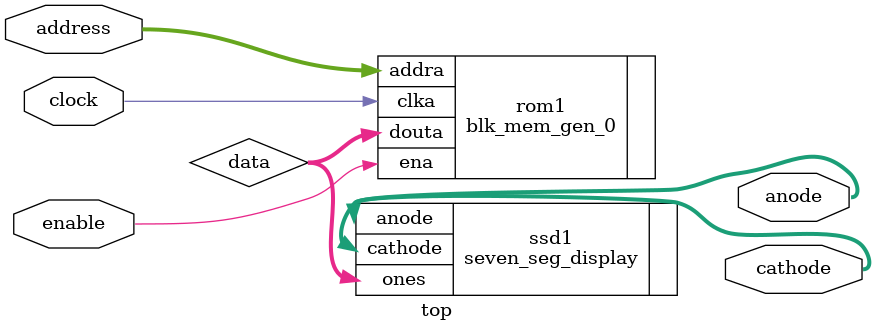
<source format=v>
`timescale 1ns / 1ps

module top (
	input clock,
	input enable,
	input [3:0] address,
	output [3:0] anode,
	output [7:0] cathode
	);
	
	wire [3:0] data;
	
	blk_mem_gen_0 rom1(.clka(clock), .ena(enable), .addra(address), .douta(data));
	
	seven_seg_display ssd1 (.ones(data), .anode(anode), .cathode(cathode));
	
endmodule
</source>
